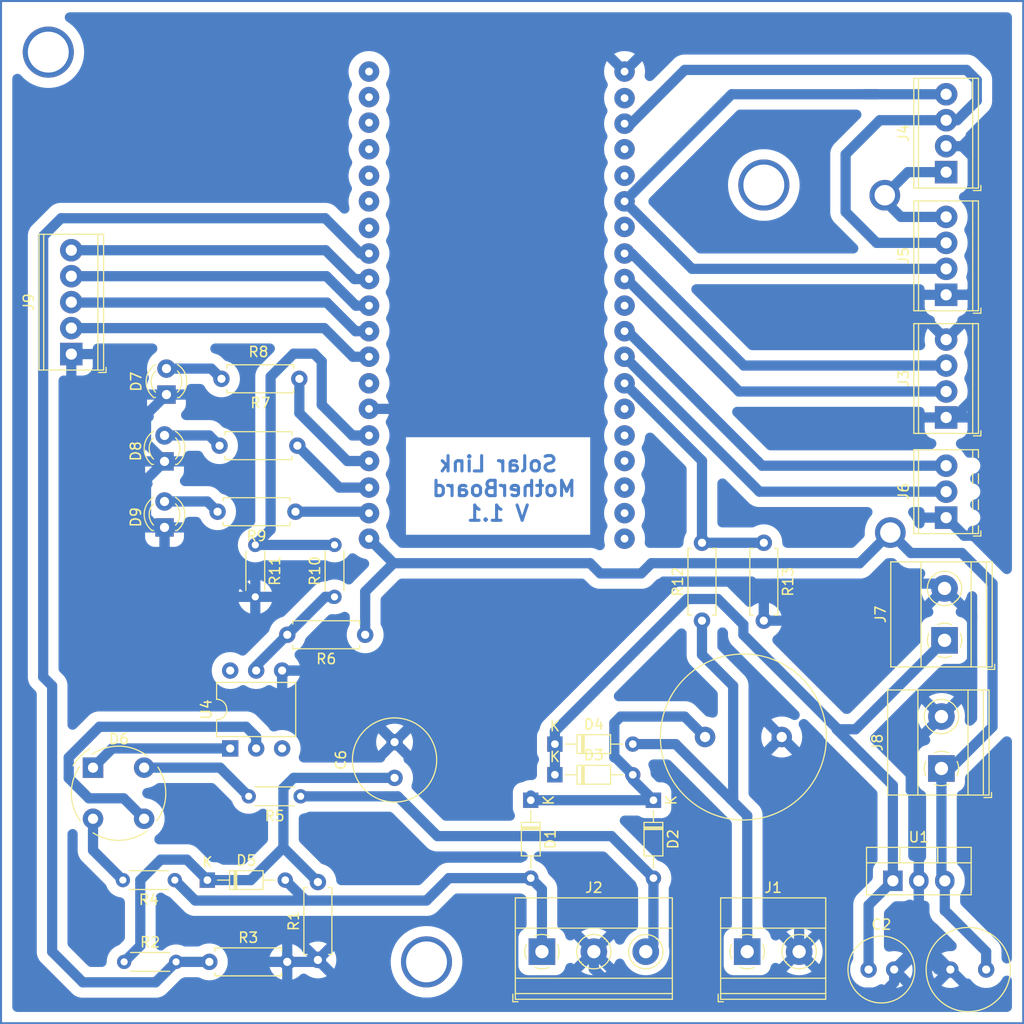
<source format=kicad_pcb>
(kicad_pcb (version 20221018) (generator pcbnew)
  (layers (0 "F.Cu" signal) (31 "B.Cu" signal) (34 "B.Paste" user) (35 "F.Paste" user) (36 "B.SilkS" user "B.Silkscreen") (37 "F.SilkS" user "F.Silkscreen") (38 "B.Mask" user) (39 "F.Mask" user) (44 "Edge.Cuts" user))
  (net 0 "")
  (net 1 "ESP5, SDA")
  (net 2 "Net-(D1-K)")
  (net 3 "Fuente 12v")
  (net 4 "Fuente 5v")
  (net 5 "ESP3, I{slash}O")
  (net 6 "ESP4, I{slash}O")
  (net 7 "Trans 1")
  (net 8 "Bat 1")
  (net 9 "Net-(D6--)")
  (net 10 "Net-(D6-Pad2)")
  (net 11 "Net-(D6-Pad3)")
  (net 12 "Net-(D6-+)")
  (net 13 "Net-(D7-A)")
  (net 14 "Net-(D8-A)")
  (net 15 "Net-(D9-A)")
  (net 17 "Bat 2")
  (net 24 "ESP15")
  (net 25 "ESP2")
  (net 26 "ESP9, I{slash}O")
  (net 27 "ESP10 I{slash}O")
  (net 28 "ESP11 I{slash}O")
  (net 29 "ESP14")
  (net 30 "ESP13")
  (net 31 "ESP12")
  (net 33 "ESP8, Tx")
  (net 34 "ESP7, Rx")
  (net 38 "ESP1, ADC")
  (net 45 "ESP 12, ADC")
  (net 48 "Trans 2")
  (net 49 "ESP6, SCL")
  (net 52 "Net-(D5-K)")
  (net 53 "Net-(R10-Pad1)")
  (footprint "Diode_THT:D_DO-34_SOD68_P7.62mm_Horizontal" (layer "F.Cu") (at 139.56 108.695)
    (fp_text reference "D4" (at 3.81 -1.92) (layer "F.SilkS"))
    (fp_text value "D")
    (fp_text user "K" (at 0 -1.75) (layer "F.SilkS"))
    (pad "1" thru_hole rect (at 0 0) (size 1.5 1.5) (drill 0.75) (layers "*.Cu" "*.Mask") (net 3 "Fuente 12v"))
    (pad "2" thru_hole oval (at 7.62 0) (size 1.5 1.5) (drill 0.75) (layers "*.Cu" "*.Mask") (net 8 "Bat 1"))
  )
  (footprint "LED_THT:LED_D3.0mm" (layer "F.Cu") (at 101.37 87.5 90)
    (fp_text reference "D9" (at 1 -2.81 90) (layer "F.SilkS"))
    (fp_text value "Verde")
    (pad "1" thru_hole rect (at 0 0 90) (size 1.8 1.8) (drill 0.9) (layers "*.Cu" "*.Mask") (net 17 "Bat 2"))
    (pad "2" thru_hole circle (at 2.54 0 90) (size 1.8 1.8) (drill 0.9) (layers "*.Cu" "*.Mask") (net 15 "Net-(D9-A)"))
  )
  (footprint "TerminalBlock_Phoenix:TerminalBlock_Phoenix_MKDS-1,5-3-5.08_1x03_P5.08mm_Horizontal" (layer "F.Cu") (at 138.29 129)
    (fp_text reference "J2" (at 5.08 -6.26) (layer "F.SilkS"))
    (fp_text value "Transformador")
    (pad "1" thru_hole rect (at 0 0) (size 2.6 2.6) (drill 1.3) (layers "*.Cu" "*.Mask") (net 7 "Trans 1"))
    (pad "2" thru_hole circle (at 5.08 0) (size 2.6 2.6) (drill 1.3) (layers "*.Cu" "*.Mask") (net 17 "Bat 2"))
    (pad "3" thru_hole circle (at 10.16 0) (size 2.6 2.6) (drill 1.3) (layers "*.Cu" "*.Mask") (net 48 "Trans 2"))
  )
  (footprint "Resistor_THT:R_Axial_DIN0207_L6.3mm_D2.5mm_P7.62mm_Horizontal" (layer "F.Cu") (at 153.95 96.62 90)
    (fp_text reference "R12" (at 3.81 -2.37 90) (layer "F.SilkS"))
    (fp_text value "100k")
    (pad "1" thru_hole circle (at 0 0 90) (size 1.6 1.6) (drill 0.8) (layers "*.Cu" "*.Mask") (net 8 "Bat 1"))
    (pad "2" thru_hole oval (at 7.62 0 90) (size 1.6 1.6) (drill 0.8) (layers "*.Cu" "*.Mask") (net 45 "ESP 12, ADC"))
  )
  (footprint "TerminalBlock_Phoenix:TerminalBlock_Phoenix_MKDS-1,5-2-5.08_1x02_P5.08mm_Horizontal" (layer "F.Cu") (at 158.375 129)
    (fp_text reference "J1" (at 2.54 -6.26) (layer "F.SilkS"))
    (fp_text value "Bateria")
    (pad "1" thru_hole rect (at 0 0) (size 2.6 2.6) (drill 1.3) (layers "*.Cu" "*.Mask") (net 8 "Bat 1"))
    (pad "2" thru_hole circle (at 5.08 0) (size 2.6 2.6) (drill 1.3) (layers "*.Cu" "*.Mask") (net 17 "Bat 2"))
  )
  (footprint "Capacitor_THT:C_Radial_D16.0mm_H25.0mm_P7.50mm" (layer "F.Cu") (at 161.75 108 180)
    (fp_text reference "C1" hide)
    (fp_text value "2200uF")
    (pad "1" thru_hole circle (at 0 0 180) (size 2 2) (drill 1) (layers "*.Cu" "*.Mask") (net 17 "Bat 2"))
    (pad "2" thru_hole circle (at 7.5 0 180) (size 2 2) (drill 1) (layers "*.Cu" "*.Mask") (net 2 "Net-(D1-K)"))
  )
  (footprint "TerminalBlock_Phoenix:TerminalBlock_Phoenix_MPT-0,5-4-2.54_1x04_P2.54mm_Horizontal" (layer "F.Cu") (at 177.835 52.74 90)
    (fp_text reference "J4" (at 3.81 -4.16 90) (layer "F.SilkS"))
    (fp_text value "Corriente")
    (pad "1" thru_hole rect (at 0 0 90) (size 2.2 2.2) (drill 1.1) (layers "*.Cu" "*.Mask") (net 4 "Fuente 5v"))
    (pad "2" thru_hole circle (at 2.54 0 90) (size 2.2 2.2) (drill 1.1) (layers "*.Cu" "*.Mask") (net 17 "Bat 2"))
    (pad "3" thru_hole circle (at 5.08 0 90) (size 2.2 2.2) (drill 1.1) (layers "*.Cu" "*.Mask") (net 49 "ESP6, SCL"))
    (pad "4" thru_hole circle (at 7.62 0 90) (size 2.2 2.2) (drill 1.1) (layers "*.Cu" "*.Mask") (net 1 "ESP5, SDA"))
  )
  (footprint "Resistor_THT:R_Axial_DIN0204_L3.6mm_D1.6mm_P5.08mm_Horizontal" (layer "F.Cu") (at 102.375 122 180)
    (fp_text reference "R4" (at 2.54 -1.92 180) (layer "F.SilkS"))
    (fp_text value "4,7k")
    (pad "1" thru_hole circle (at 0 0 180) (size 1.4 1.4) (drill 0.7) (layers "*.Cu" "*.Mask") (net 7 "Trans 1"))
    (pad "2" thru_hole oval (at 5.08 0 180) (size 1.4 1.4) (drill 0.7) (layers "*.Cu" "*.Mask") (net 10 "Net-(D6-Pad2)"))
  )
  (footprint "TerminalBlock_Phoenix:TerminalBlock_Phoenix_MPT-0,5-4-2.54_1x04_P2.54mm_Horizontal" (layer "F.Cu") (at 177.835 76.74 90)
    (fp_text reference "J3" (at 3.81 -4.16 90) (layer "F.SilkS"))
    (fp_text value "Conmutacion")
    (pad "1" thru_hole rect (at 0 0 90) (size 2.2 2.2) (drill 1.1) (layers "*.Cu" "*.Mask") (net 17 "Bat 2"))
    (pad "2" thru_hole circle (at 2.54 0 90) (size 2.2 2.2) (drill 1.1) (layers "*.Cu" "*.Mask") (net 5 "ESP3, I{slash}O"))
    (pad "3" thru_hole circle (at 5.08 0 90) (size 2.2 2.2) (drill 1.1) (layers "*.Cu" "*.Mask") (net 6 "ESP4, I{slash}O"))
    (pad "4" thru_hole circle (at 7.62 0 90) (size 2.2 2.2) (drill 1.1) (layers "*.Cu" "*.Mask") (net 17 "Bat 2"))
  )
  (footprint "Resistor_THT:R_Axial_DIN0204_L3.6mm_D1.6mm_P5.08mm_Horizontal" (layer "F.Cu") (at 118 94.29 90)
    (fp_text reference "R10" (at 2.54 -1.92 90) (layer "F.SilkS"))
    (fp_text value "47k")
    (pad "1" thru_hole circle (at 0 0 90) (size 1.4 1.4) (drill 0.7) (layers "*.Cu" "*.Mask") (net 53 "Net-(R10-Pad1)"))
    (pad "2" thru_hole oval (at 5.08 0 90) (size 1.4 1.4) (drill 0.7) (layers "*.Cu" "*.Mask") (net 25 "ESP2"))
  )
  (footprint "Capacitor_THT:C_Radial_D6.3mm_H11.0mm_P2.50mm" (layer "F.Cu") (at 170.25 130.75)
    (fp_text reference "C2" (at 1.25 -4.4) (layer "F.SilkS"))
    (fp_text value "10u")
    (pad "1" thru_hole circle (at 0 0) (size 1.6 1.6) (drill 0.8) (layers "*.Cu" "*.Mask") (net 3 "Fuente 12v"))
    (pad "2" thru_hole circle (at 2.5 0) (size 1.6 1.6) (drill 0.8) (layers "*.Cu" "*.Mask") (net 17 "Bat 2"))
  )
  (footprint "TerminalBlock_Phoenix:TerminalBlock_Phoenix_MPT-0,5-5-2.54_1x05_P2.54mm_Horizontal" (layer "F.Cu") (at 92.25 70.54 90)
    (fp_text reference "J9" (at 5.08 -4.16 90) (layer "F.SilkS"))
    (fp_text value "Auxiliares")
    (pad "1" thru_hole rect (at 0 0 90) (size 2.2 2.2) (drill 1.1) (layers "*.Cu" "*.Mask") (net 17 "Bat 2"))
    (pad "2" thru_hole circle (at 2.54 0 90) (size 2.2 2.2) (drill 1.1) (layers "*.Cu" "*.Mask") (net 31 "ESP12"))
    (pad "3" thru_hole circle (at 5.08 0 90) (size 2.2 2.2) (drill 1.1) (layers "*.Cu" "*.Mask") (net 30 "ESP13"))
    (pad "4" thru_hole circle (at 7.62 0 90) (size 2.2 2.2) (drill 1.1) (layers "*.Cu" "*.Mask") (net 29 "ESP14"))
    (pad "5" thru_hole circle (at 10.16 0 90) (size 2.2 2.2) (drill 1.1) (layers "*.Cu" "*.Mask") (net 24 "ESP15"))
  )
  (footprint "Resistor_THT:R_Axial_DIN0207_L6.3mm_D2.5mm_P7.62mm_Horizontal" (layer "F.Cu") (at 121 98 180)
    (fp_text reference "R6" (at 3.81 -2.37) (layer "F.SilkS"))
    (fp_text value "10k")
    (pad "1" thru_hole circle (at 0 0 180) (size 1.6 1.6) (drill 0.8) (layers "*.Cu" "*.Mask") (net 4 "Fuente 5v"))
    (pad "2" thru_hole oval (at 7.62 0 180) (size 1.6 1.6) (drill 0.8) (layers "*.Cu" "*.Mask") (net 53 "Net-(R10-Pad1)"))
  )
  (footprint "Diode_THT:D_DO-34_SOD68_P7.62mm_Horizontal" (layer "F.Cu") (at 149.2 114.185 -90)
    (fp_text reference "D2" (at 3.81 -1.92 90) (layer "F.SilkS"))
    (fp_text value "D")
    (fp_text user "K" (at 0 -1.75 90) (layer "F.SilkS"))
    (pad "1" thru_hole rect (at 0 0 270) (size 1.5 1.5) (drill 0.75) (layers "*.Cu" "*.Mask") (net 2 "Net-(D1-K)"))
    (pad "2" thru_hole oval (at 7.62 0 270) (size 1.5 1.5) (drill 0.75) (layers "*.Cu" "*.Mask") (net 48 "Trans 2"))
  )
  (footprint "Resistor_THT:R_Axial_DIN0207_L6.3mm_D2.5mm_P7.62mm_Horizontal" (layer "F.Cu") (at 116.375 129.81 90)
    (fp_text reference "R1" (at 3.81 -2.37 90) (layer "F.SilkS"))
    (fp_text value "10k")
    (pad "1" thru_hole circle (at 0 0 90) (size 1.6 1.6) (drill 0.8) (layers "*.Cu" "*.Mask") (net 17 "Bat 2"))
    (pad "2" thru_hole oval (at 7.62 0 90) (size 1.6 1.6) (drill 0.8) (layers "*.Cu" "*.Mask") (net 52 "Net-(D5-K)"))
  )
  (footprint "Resistor_THT:R_Axial_DIN0204_L3.6mm_D1.6mm_P5.08mm_Horizontal" (layer "F.Cu") (at 114.685 113.805 180)
    (fp_text reference "R5" (at 2.54 -1.92 180) (layer "F.SilkS"))
    (fp_text value "4,7k")
    (pad "1" thru_hole circle (at 0 0 180) (size 1.4 1.4) (drill 0.7) (layers "*.Cu" "*.Mask") (net 48 "Trans 2"))
    (pad "2" thru_hole oval (at 5.08 0 180) (size 1.4 1.4) (drill 0.7) (layers "*.Cu" "*.Mask") (net 11 "Net-(D6-Pad3)"))
  )
  (footprint "Resistor_THT:R_Axial_DIN0207_L6.3mm_D2.5mm_P7.62mm_Horizontal" (layer "F.Cu") (at 114.18 85.96 180)
    (fp_text reference "R9" (at 3.81 -2.37) (layer "F.SilkS"))
    (fp_text value "220")
    (pad "1" thru_hole circle (at 0 0 180) (size 1.6 1.6) (drill 0.8) (layers "*.Cu" "*.Mask") (net 28 "ESP11 I{slash}O"))
    (pad "2" thru_hole oval (at 7.62 0 180) (size 1.6 1.6) (drill 0.8) (layers "*.Cu" "*.Mask") (net 15 "Net-(D9-A)"))
  )
  (footprint "Capacitor_THT:C_Radial_D8.0mm_H11.5mm_P3.50mm" (layer "F.Cu") (at 181.75 130.75 180)
    (fp_text reference "C3" hide)
    (fp_text value "100u")
    (pad "1" thru_hole circle (at 0 0 180) (size 1.6 1.6) (drill 0.8) (layers "*.Cu" "*.Mask") (net 4 "Fuente 5v"))
    (pad "2" thru_hole circle (at 3.5 0 180) (size 1.6 1.6) (drill 0.8) (layers "*.Cu" "*.Mask") (net 17 "Bat 2"))
  )
  (footprint "Package_TO_SOT_THT:TO-220-3_Vertical" (layer "F.Cu") (at 172.625 122.07)
    (fp_text reference "U1" (at 2.54 -4.27) (layer "F.SilkS"))
    (fp_text value "LM7805_TO220")
    (pad "1" thru_hole rect (at 0 0) (size 1.905 2) (drill 1.1) (layers "*.Cu" "*.Mask") (net 3 "Fuente 12v"))
    (pad "2" thru_hole oval (at 2.54 0) (size 1.905 2) (drill 1.1) (layers "*.Cu" "*.Mask") (net 17 "Bat 2"))
    (pad "3" thru_hole oval (at 5.08 0) (size 1.905 2) (drill 1.1) (layers "*.Cu" "*.Mask") (net 4 "Fuente 5v"))
  )
  (footprint "TerminalBlock_Phoenix:TerminalBlock_Phoenix_MKDS-1,5-2-5.08_1x02_P5.08mm_Horizontal" (layer "F.Cu") (at 177.375 111.08 90)
    (fp_text reference "J8" (at 2.54 -6.26 90) (layer "F.SilkS"))
    (fp_text value "Salida 5v")
    (pad "1" thru_hole rect (at 0 0 90) (size 2.6 2.6) (drill 1.3) (layers "*.Cu" "*.Mask") (net 4 "Fuente 5v"))
    (pad "2" thru_hole circle (at 5.08 0 90) (size 2.6 2.6) (drill 1.3) (layers "*.Cu" "*.Mask") (net 17 "Bat 2"))
  )
  (footprint "Diode_THT:D_DO-34_SOD68_P7.62mm_Horizontal" (layer "F.Cu") (at 137.2 114.185 -90)
    (fp_text reference "D1" (at 3.81 -1.92 90) (layer "F.SilkS"))
    (fp_text value "D")
    (fp_text user "K" (at 0 -1.75 90) (layer "F.SilkS"))
    (pad "1" thru_hole rect (at 0 0 270) (size 1.5 1.5) (drill 0.75) (layers "*.Cu" "*.Mask") (net 2 "Net-(D1-K)"))
    (pad "2" thru_hole oval (at 7.62 0 270) (size 1.5 1.5) (drill 0.75) (layers "*.Cu" "*.Mask") (net 7 "Trans 1"))
  )
  (footprint "Diode_THT:Diode_Bridge_Round_D9.0mm" (layer "F.Cu") (at 94.375 111)
    (fp_text reference "D6" (at 2.54 -2.794) (layer "F.SilkS"))
    (fp_text value "D_Bridge_-AA+")
    (pad "1" thru_hole oval (at 5 5) (size 2 2) (drill 1) (layers "*.Cu" "*.Mask") (net 9 "Net-(D6--)"))
    (pad "2" thru_hole oval (at 0 5) (size 2 2) (drill 1) (layers "*.Cu" "*.Mask") (net 10 "Net-(D6-Pad2)"))
    (pad "3" thru_hole oval (at 5 0) (size 2 2) (drill 1) (layers "*.Cu" "*.Mask") (net 11 "Net-(D6-Pad3)"))
    (pad "4" thru_hole rect (at 0 0) (size 2 2) (drill 1) (layers "*.Cu" "*.Mask") (net 12 "Net-(D6-+)"))
  )
  (footprint "Package_DIP:DIP-6_W7.62mm" (layer "F.Cu") (at 107.795 109.12 90)
    (fp_text reference "U4" (at 3.81 -2.33 90) (layer "F.SilkS"))
    (fp_text value "4N25")
    (pad "1" thru_hole rect (at 0 0 90) (size 1.6 1.6) (drill 0.8) (layers "*.Cu" "*.Mask") (net 12 "Net-(D6-+)"))
    (pad "2" thru_hole oval (at 0 2.54 90) (size 1.6 1.6) (drill 0.8) (layers "*.Cu" "*.Mask") (net 9 "Net-(D6--)"))
    (pad "3" thru_hole oval (at 0 5.08 90) (size 1.6 1.6) (drill 0.8) (layers "*.Cu" "*.Mask"))
    (pad "4" thru_hole oval (at 7.62 5.08 90) (size 1.6 1.6) (drill 0.8) (layers "*.Cu" "*.Mask") (net 17 "Bat 2"))
    (pad "5" thru_hole oval (at 7.62 2.54 90) (size 1.6 1.6) (drill 0.8) (layers "*.Cu" "*.Mask") (net 53 "Net-(R10-Pad1)"))
    (pad "6" thru_hole oval (at 7.62 0 90) (size 1.6 1.6) (drill 0.8) (layers "*.Cu" "*.Mask"))
  )
  (footprint "Diode_THT:D_DO-34_SOD68_P7.62mm_Horizontal" (layer "F.Cu") (at 139.56 111.695)
    (fp_text reference "D3" (at 3.81 -1.92) (layer "F.SilkS"))
    (fp_text value "D")
    (fp_text user "K" (at 0 -1.75) (layer "F.SilkS"))
    (pad "1" thru_hole rect (at 0 0) (size 1.5 1.5) (drill 0.75) (layers "*.Cu" "*.Mask") (net 3 "Fuente 12v"))
    (pad "2" thru_hole oval (at 7.62 0) (size 1.5 1.5) (drill 0.75) (layers "*.Cu" "*.Mask") (net 2 "Net-(D1-K)"))
  )
  (footprint "TerminalBlock_Phoenix:TerminalBlock_Phoenix_MPT-0,5-4-2.54_1x04_P2.54mm_Horizontal" (layer "F.Cu") (at 177.835 64.74 90)
    (fp_text reference "J5" (at 3.81 -4.16 90) (layer "F.SilkS"))
    (fp_text value "LCD")
    (pad "1" thru_hole rect (at 0 0 90) (size 2.2 2.2) (drill 1.1) (layers "*.Cu" "*.Mask") (net 17 "Bat 2"))
    (pad "2" thru_hole circle (at 2.54 0 90) (size 2.2 2.2) (drill 1.1) (layers "*.Cu" "*.Mask") (net 1 "ESP5, SDA"))
    (pad "3" thru_hole circle (at 5.08 0 90) (size 2.2 2.2) (drill 1.1) (layers "*.Cu" "*.Mask") (net 49 "ESP6, SCL"))
    (pad "4" thru_hole circle (at 7.62 0 90) (size 2.2 2.2) (drill 1.1) (layers "*.Cu" "*.Mask") (net 4 "Fuente 5v"))
  )
  (footprint "ESP32NodeMcu:ESP32 NODEMCU" (layer "F.Cu") (at 121.375 42.9)
    (fp_text reference "ESP32" hide)
    (fp_text value "~" hide)
    (pad "1" thru_hole circle locked (at 0 0) (size 2 2) (drill 0.762) (layers "*.Cu" "*.Mask"))
    (pad "2" thru_hole circle locked (at 0 2.5) (size 2 2) (drill 0.762) (layers "*.Cu" "*.Mask"))
    (pad "3" thru_hole circle locked (at 0 5) (size 2 2) (drill 0.762) (layers "*.Cu" "*.Mask"))
    (pad "4" thru_hole circle locked (at 0 7.6) (size 2 2) (drill 0.762) (layers "*.Cu" "*.Mask"))
    (pad "5" thru_hole circle locked (at 0 10.2) (size 2 2) (drill 0.762) (layers "*.Cu" "*.Mask"))
    (pad "6" thru_hole circle locked (at 0 12.7) (size 2 2) (drill 0.762) (layers "*.Cu" "*.Mask"))
    (pad "7" thru_hole circle locked (at 0 15.3) (size 2 2) (drill 0.762) (layers "*.Cu" "*.Mask"))
    (pad "8" thru_hole circle locked (at 0 17.8) (size 2 2) (drill 0.762) (layers "*.Cu" "*.Mask") (net 38 "ESP1, ADC"))
    (pad "9" thru_hole circle locked (at 0 20.3) (size 2 2) (drill 0.762) (layers "*.Cu" "*.Mask") (net 24 "ESP15"))
    (pad "10" thru_hole circle locked (at 0 22.9) (size 2 2) (drill 0.762) (layers "*.Cu" "*.Mask") (net 29 "ESP14"))
    (pad "11" thru_hole circle locked (at 0 25.4) (size 2 2) (drill 0.762) (layers "*.Cu" "*.Mask") (net 30 "ESP13"))
    (pad "12" thru_hole circle locked (at 0 27.9) (size 2 2) (drill 0.762) (layers "*.Cu" "*.Mask") (net 31 "ESP12"))
    (pad "13" thru_hole circle locked (at 0 30.5) (size 2 2) (drill 0.762) (layers "*.Cu" "*.Mask"))
    (pad "14" thru_hole circle locked (at 0 33) (size 2 2) (drill 0.762) (layers "*.Cu" "*.Mask") (net 17 "Bat 2"))
    (pad "15" thru_hole circle locked (at 0 35.6) (size 2 2) (drill 0.762) (layers "*.Cu" "*.Mask") (net 25 "ESP2"))
    (pad "16" thru_hole circle locked (at 0 38.1) (size 2 2) (drill 0.762) (layers "*.Cu" "*.Mask") (net 26 "ESP9, I{slash}O"))
    (pad "17" thru_hole circle locked (at 0 40.7) (size 2 2) (drill 0.762) (layers "*.Cu" "*.Mask") (net 27 "ESP10 I{slash}O"))
    (pad "18" thru_hole circle locked (at 0 43.2) (size 2 2) (drill 0.762) (layers "*.Cu" "*.Mask") (net 28 "ESP11 I{slash}O"))
    (pad "19" thru_hole circle locked (at 0 45.7) (size 2 2) (drill 0.762) (layers "*.Cu" "*.Mask") (net 4 "Fuente 5v"))
    (pad "20" thru_hole circle locked (at 25 0) (size 2 2) (drill 0.762) (layers "*.Cu" "*.Mask") (net 17 "Bat 2"))
    (pad "21" thru_hole circle locked (at 25 2.6) (size 2 2) (drill 0.762) (layers "*.Cu" "*.Mask"))
    (pad "22" thru_hole circle locked (at 25 5.1) (size 2 2) (drill 0.762) (layers "*.Cu" "*.Mask") (net 49 "ESP6, SCL"))
    (pad "23" thru_hole circle locked (at 25 7.6) (size 2 2) (drill 0.762) (layers "*.Cu" "*.Mask"))
    (pad "24" thru_hole circle locked (at 25 10.2) (size 2 2) (drill 0.762) (layers "*.Cu" "*.Mask"))
    (pad "25" thru_hole circle locked (at 25 12.7) (size 2 2) (drill 0.762) (layers "*.Cu" "*.Mask") (net 1 "ESP5, SDA"))
    (pad "26" thru_hole circle locked (at 25 15.2) (size 2 2) (drill 0.762) (layers "*.Cu" "*.Mask"))
    (pad "27" thru_hole circle locked (at 25 17.8) (size 2 2) (drill 0.762) (layers "*.Cu" "*.Mask") (net 6 "ESP4, I{slash}O"))
    (pad "28" thru_hole circle locked (at 25 20.3) (size 2 2) (drill 0.762) (layers "*.Cu" "*.Mask") (net 5 "ESP3, I{slash}O"))
    (pad "29" thru_hole circle locked (at 25 22.9) (size 2 2) (drill 0.762) (layers "*.Cu" "*.Mask"))
    (pad "30" thru_hole circle locked (at 25 25.4) (size 2 2) (drill 0.762) (layers "*.Cu" "*.Mask") (net 33 "ESP8, Tx"))
    (pad "31" thru_hole circle locked (at 25 27.9) (size 2 2) (drill 0.762) (layers "*.Cu" "*.Mask") (net 34 "ESP7, Rx"))
    (pad "32" thru_hole circle locked (at 25 30.5) (size 2 2) (drill 0.762) (layers "*.Cu" "*.Mask") (net 45 "ESP 12, ADC"))
    (pad "33" thru_hole circle locked (at 25 33) (size 2 2) (drill 0.762) (layers "*.Cu" "*.Mask"))
    (pad "34" thru_hole circle locked (at 25 35.6) (size 2 2) (drill 0.762) (layers "*.Cu" "*.Mask"))
    (pad "35" thru_hole circle locked (at 25 38.1) (size 2 2) (drill 0.762) (layers "*.Cu" "*.Mask"))
    (pad "36" thru_hole circle locked (at 25 40.7) (size 2 2) (drill 0.762) (layers "*.Cu" "*.Mask"))
    (pad "37" thru_hole circle locked (at 25 43.2) (size 2 2) (drill 0.762) (layers "*.Cu" "*.Mask"))
    (pad "38" thru_hole circle locked (at 25 45.7) (size 2 2) (drill 0.762) (layers "*.Cu" "*.Mask"))
  )
  (footprint "Resistor_THT:R_Axial_DIN0207_L6.3mm_D2.5mm_P7.62mm_Horizontal" (layer "F.Cu") (at 114.56 72.96 180)
    (fp_text reference "R7" (at 3.81 -2.37) (layer "F.SilkS"))
    (fp_text value "220")
    (pad "1" thru_hole circle (at 0 0 180) (size 1.6 1.6) (drill 0.8) (layers "*.Cu" "*.Mask") (net 26 "ESP9, I{slash}O"))
    (pad "2" thru_hole oval (at 7.62 0 180) (size 1.6 1.6) (drill 0.8) (layers "*.Cu" "*.Mask") (net 13 "Net-(D7-A)"))
  )
  (footprint "Resistor_THT:R_Axial_DIN0207_L6.3mm_D2.5mm_P7.62mm_Horizontal" (layer "F.Cu") (at 114.37 79.5 180)
    (fp_text reference "R8" (at 3.81 9.17) (layer "F.SilkS"))
    (fp_text value "220")
    (pad "1" thru_hole circle (at 0 0 180) (size 1.6 1.6) (drill 0.8) (layers "*.Cu" "*.Mask") (net 27 "ESP10 I{slash}O"))
    (pad "2" thru_hole oval (at 7.62 0 180) (size 1.6 1.6) (drill 0.8) (layers "*.Cu" "*.Mask") (net 14 "Net-(D8-A)"))
  )
  (footprint "Diode_THT:D_DO-34_SOD68_P7.62mm_Horizontal" (layer "F.Cu") (at 105.56 122)
    (fp_text reference "D5" (at 3.81 -1.92) (layer "F.SilkS"))
    (fp_text value "D")
    (fp_text user "K" (at 0 -1.75) (layer "F.SilkS"))
    (pad "1" thru_hole rect (at 0 0) (size 1.5 1.5) (drill 0.75) (layers "*.Cu" "*.Mask") (net 52 "Net-(D5-K)"))
    (pad "2" thru_hole oval (at 7.62 0) (size 1.5 1.5) (drill 0.75) (layers "*.Cu" "*.Mask") (net 7 "Trans 1"))
  )
  (footprint "Resistor_THT:R_Axial_DIN0207_L6.3mm_D2.5mm_P7.62mm_Horizontal" (layer "F.Cu") (at 105.755 130)
    (fp_text reference "R3" (at 3.81 -2.37) (layer "F.SilkS"))
    (fp_text value "10k")
    (pad "1" thru_hole circle (at 0 0) (size 1.6 1.6) (drill 0.8) (layers "*.Cu" "*.Mask") (net 38 "ESP1, ADC"))
    (pad "2" thru_hole oval (at 7.62 0) (size 1.6 1.6) (drill 0.8) (layers "*.Cu" "*.Mask") (net 17 "Bat 2"))
  )
  (footprint "Capacitor_THT:C_Radial_D8.0mm_H11.5mm_P3.50mm" (layer "F.Cu") (at 123.875 112 90)
    (fp_text reference "C6" (at 1.75 -5.25 90) (layer "F.SilkS"))
    (fp_text value "100u")
    (pad "1" thru_hole circle (at 0 0 90) (size 1.6 1.6) (drill 0.8) (layers "*.Cu" "*.Mask") (net 52 "Net-(D5-K)"))
    (pad "2" thru_hole circle (at 3.5 0 90) (size 1.6 1.6) (drill 0.8) (layers "*.Cu" "*.Mask") (net 17 "Bat 2"))
  )
  (footprint "Resistor_THT:R_Axial_DIN0207_L6.3mm_D2.5mm_P7.62mm_Horizontal" (layer "F.Cu") (at 160 89 -90)
    (fp_text reference "R13" (at 3.81 -2.37 90) (layer "F.SilkS"))
    (fp_text value "10k")
    (pad "1" thru_hole circle (at 0 0 270) (size 1.6 1.6) (drill 0.8) (layers "*.Cu" "*.Mask") (net 45 "ESP 12, ADC"))
    (pad "2" thru_hole oval (at 7.62 0 270) (size 1.6 1.6) (drill 0.8) (layers "*.Cu" "*.Mask") (net 17 "Bat 2"))
  )
  (footprint "LED_THT:LED_D3.0mm" (layer "F.Cu") (at 101.37 81.04 90)
    (fp_text reference "D8" (at 1 -2.81 90) (layer "F.SilkS"))
    (fp_text value "Ama")
    (pad "1" thru_hole rect (at 0 0 90) (size 1.8 1.8) (drill 0.9) (layers "*.Cu" "*.Mask") (net 17 "Bat 2"))
    (pad "2" thru_hole circle (at 2.54 0 90) (size 1.8 1.8) (drill 0.9) (layers "*.Cu" "*.Mask") (net 14 "Net-(D8-A)"))
  )
  (footprint "TerminalBlock_Phoenix:TerminalBlock_Phoenix_MKDS-1,5-2-5.08_1x02_P5.08mm_Horizontal" (layer "F.Cu") (at 177.68 98.545 90)
    (fp_text reference "J7" (at 2.54 -6.26 90) (layer "F.SilkS"))
    (fp_text value "Salida 12V")
    (pad "1" thru_hole rect (at 0 0 90) (size 2.6 2.6) (drill 1.3) (layers "*.Cu" "*.Mask") (net 3 "Fuente 12v"))
    (pad "2" thru_hole circle (at 5.08 0 90) (size 2.6 2.6) (drill 1.3) (layers "*.Cu" "*.Mask") (net 17 "Bat 2"))
  )
  (footprint "LED_THT:LED_D3.0mm" (layer "F.Cu") (at 101.56 74.5 90)
    (fp_text reference "D7" (at 1.27 -2.96 90) (layer "F.SilkS"))
    (fp_text value "Azul")
    (pad "1" thru_hole rect (at 0 0 90) (size 1.8 1.8) (drill 0.9) (layers "*.Cu" "*.Mask") (net 17 "Bat 2"))
    (pad "2" thru_hole circle (at 2.54 0 90) (size 1.8 1.8) (drill 0.9) (layers "*.Cu" "*.Mask") (net 13 "Net-(D7-A)"))
  )
  (footprint "Resistor_THT:R_Axial_DIN0204_L3.6mm_D1.6mm_P5.08mm_Horizontal" (layer "F.Cu") (at 97.42 130)
    (fp_text reference "R2" (at 2.54 -1.92) (layer "F.SilkS"))
    (fp_text value "220k")
    (pad "1" thru_hole circle (at 0 0) (size 1.4 1.4) (drill 0.7) (layers "*.Cu" "*.Mask") (net 52 "Net-(D5-K)"))
    (pad "2" thru_hole oval (at 5.08 0) (size 1.4 1.4) (drill 0.7) (layers "*.Cu" "*.Mask") (net 38 "ESP1, ADC"))
  )
  (footprint "TerminalBlock_Phoenix:TerminalBlock_Phoenix_MPT-0,5-3-2.54_1x03_P2.54mm_Horizontal" (layer "F.Cu") (at 177.835 86.54 90)
    (fp_text reference "J6" (at 2.54 -4.16 90) (layer "F.SilkS"))
    (fp_text value "Raspberry Pi")
    (pad "" np_thru_hole circle (at 0 2.54 90) (size 1.1 1.1) (drill 1.1) (layers "*.Cu" "*.Mask"))
    (pad "" np_thru_hole circle (at 2.54 2.54 90) (size 1.1 1.1) (drill 1.1) (layers "*.Cu" "*.Mask"))
    (pad "" np_thru_hole circle (at 5.08 2.54 90) (size 1.1 1.1) (drill 1.1) (layers "*.Cu" "*.Mask"))
    (pad "1" thru_hole rect (at 0 0 90) (size 2.2 2.2) (drill 1.1) (layers "*.Cu" "*.Mask") (net 17 "Bat 2"))
    (pad "2" thru_hole circle (at 2.54 0 90) (size 2.2 2.2) (drill 1.1) (layers "*.Cu" "*.Mask") (net 34 "ESP7, Rx"))
    (pad "3" thru_hole circle (at 5.08 0 90) (size 2.2 2.2) (drill 1.1) (layers "*.Cu" "*.Mask") (net 33 "ESP8, Tx"))
  )
  (footprint "Resistor_THT:R_Axial_DIN0204_L3.6mm_D1.6mm_P5.08mm_Horizontal" (layer "F.Cu") (at 110.25 89.21 -90)
    (fp_text reference "R11" (at 2.54 -1.92 -90) (layer "F.SilkS"))
    (fp_text value "47k")
    (pad "1" thru_hole circle (at 0 0 270) (size 1.4 1.4) (drill 0.7) (layers "*.Cu" "*.Mask") (net 25 "ESP2"))
    (pad "2" thru_hole oval (at 5.08 0 270) (size 1.4 1.4) (drill 0.7) (layers "*.Cu" "*.Mask") (net 17 "Bat 2"))
  )
  (gr_line (start 85.375 136) (end 185.375 136) (stroke (width 0.2)) (layer "B.Cu"))
  (gr_line (start 185.375 136) (end 185.375 36) (stroke (width 0.2)) (layer "B.Cu"))
  (gr_line (start 85.375 36) (end 85.375 136) (stroke (width 0.2)) (layer "B.Cu"))
  (gr_line (start 185.375 36) (end 85.375 36) (stroke (width 0.2)) (layer "B.Cu"))
  (gr_text "Solar Link\nMotherBoard \nV 1.1\n" (at 134 87) (layer "B.Cu") (effects (font (size 1.5 1.5) (thickness 0.3) bold) (justify bottom mirror)))
  (via (at 90 41) (size 5) (drill 4) (layers "F.Cu" "B.Cu") (net 0))
  (via (at 127 130) (size 5) (drill 4) (layers "F.Cu" "B.Cu") (net 0))
  (via (at 160 54) (size 5) (drill 4) (layers "F.Cu" "B.Cu") (net 0))
  (segment (start 152.975 62.2) (end 177.835 62.2) (width 1) (layer "B.Cu") (net 1))
  (segment (start 156.855 45.12) (end 146.375 55.6) (width 1) (layer "B.Cu") (net 1))
  (segment (start 171 45.12) (end 156.855 45.12) (width 1) (layer "B.Cu") (net 1))
  (segment (start 177.835 45.12) (end 171 45.12) (width 1) (layer "B.Cu") (net 1))
  (segment (start 146.375 55.6) (end 152.975 62.2) (width 1) (layer "B.Cu") (net 1))
  (segment (start 169.88 45.12) (end 171 45.12) (width 1) (layer "B.Cu") (net 1))
  (segment (start 147.18 111.695) (end 147.18 112.165) (width 1) (layer "B.Cu") (net 2))
  (segment (start 146 106) (end 152.25 106) (width 1) (layer "B.Cu") (net 2))
  (segment (start 145.485 110) (end 147.18 111.695) (width 1) (layer "B.Cu") (net 2))
  (segment (start 145.375 110) (end 145.485 110) (width 1) (layer "B.Cu") (net 2))
  (segment (start 145.375 110) (end 145.375 106.625) (width 1) (layer "B.Cu") (net 2))
  (segment (start 137.2 114.185) (end 137.2 113.715) (width 1) (layer "B.Cu") (net 2))
  (segment (start 145.375 106.625) (end 146 106) (width 1) (layer "B.Cu") (net 2))
  (segment (start 152.25 106) (end 154.25 108) (width 1) (layer "B.Cu") (net 2))
  (segment (start 137.2 114.185) (end 149.2 114.185) (width 1) (layer "B.Cu") (net 2))
  (segment (start 147.18 112.165) (end 149.2 114.185) (width 1) (layer "B.Cu") (net 2))
  (segment (start 172.625 112.735) (end 172.625 122.07) (width 1) (layer "B.Cu") (net 3))
  (segment (start 139.56 108.695) (end 139.56 107.44) (width 1) (layer "B.Cu") (net 3))
  (segment (start 155.5 94.5) (end 158 97) (width 1) (layer "B.Cu") (net 3))
  (segment (start 139.56 108.695) (end 139.56 111.695) (width 1) (layer "B.Cu") (net 3))
  (segment (start 168.9825 107.2425) (end 167.1325 107.2425) (width 1) (layer "B.Cu") (net 3))
  (segment (start 172.625 122.07) (end 170.25 124.445) (width 1) (layer "B.Cu") (net 3))
  (segment (start 170.25 124.445) (end 170.25 130.75) (width 1) (layer "B.Cu") (net 3))
  (segment (start 158 97) (end 158 98) (width 1) (layer "B.Cu") (net 3))
  (segment (start 177.68 98.545) (end 168.9825 107.2425) (width 1) (layer "B.Cu") (net 3))
  (segment (start 167.1325 107.2425) (end 172.625 112.735) (width 1) (layer "B.Cu") (net 3))
  (segment (start 139.56 107.44) (end 152.5 94.5) (width 1) (layer "B.Cu") (net 3))
  (segment (start 167.1325 107.1325) (end 167.1325 107.2425) (width 1) (layer "B.Cu") (net 3))
  (segment (start 152.5 94.5) (end 155.5 94.5) (width 1) (layer "B.Cu") (net 3))
  (segment (start 158 98) (end 167.1325 107.1325) (width 1) (layer "B.Cu") (net 3))
  (via (at 171.835 55) (size 3) (drill 2) (layers "F.Cu" "B.Cu") (net 4))
  (via (at 172.375 88) (size 3) (drill 2) (layers "F.Cu" "B.Cu") (net 4))
  (segment (start 149 91) (end 169.375 91) (width 1) (layer "B.Cu") (net 4))
  (segment (start 171.835 55.54) (end 173.415 57.12) (width 1) (layer "B.Cu") (net 4))
  (segment (start 121 98) (end 121 93.775) (width 1) (layer "B.Cu") (net 4))
  (segment (start 121 93.775) (end 123.775 91) (width 1) (layer "B.Cu") (net 4))
  (segment (start 179.375 90) (end 182.375 93) (width 1) (layer "B.Cu") (net 4))
  (segment (start 177.75 125) (end 177.705 125) (width 1) (layer "B.Cu") (net 4))
  (segment (start 174.375 90) (end 179.375 90) (width 1) (layer "B.Cu") (net 4))
  (segment (start 181.75 130.75) (end 181.75 129) (width 1) (layer "B.Cu") (net 4))
  (segment (start 171.835 55) (end 171.835 55.54) (width 1) (layer "B.Cu") (net 4))
  (segment (start 171.835 55) (end 174.095 52.74) (width 1) (layer "B.Cu") (net 4))
  (segment (start 182.375 107) (end 178.295 111.08) (width 1) (layer "B.Cu") (net 4))
  (segment (start 144 92) (end 148 92) (width 1) (layer "B.Cu") (net 4))
  (segment (start 177.375 111.08) (end 177.375 121.74) (width 1) (layer "B.Cu") (net 4))
  (segment (start 123.775 91) (end 143 91) (width 1) (layer "B.Cu") (net 4))
  (segment (start 169.375 91) (end 172.375 88) (width 1) (layer "B.Cu") (net 4))
  (segment (start 174.095 52.74) (end 177.835 52.74) (width 1) (layer "B.Cu") (net 4))
  (segment (start 143 91) (end 144 92) (width 1) (layer "B.Cu") (net 4))
  (segment (start 172.375 88) (end 174.375 90) (width 1) (layer "B.Cu") (net 4))
  (segment (start 178.295 111.08) (end 177.375 111.08) (width 1) (layer "B.Cu") (net 4))
  (segment (start 121.375 88.6) (end 123.775 91) (width 1) (layer "B.Cu") (net 4))
  (segment (start 177.375 121.74) (end 177.705 122.07) (width 1) (layer "B.Cu") (net 4))
  (segment (start 177.705 122.07) (end 177.705 125) (width 1) (layer "B.Cu") (net 4))
  (segment (start 182.375 93) (end 182.375 107) (width 1) (layer "B.Cu") (net 4))
  (segment (start 148 92) (end 149 91) (width 1) (layer "B.Cu") (net 4))
  (segment (start 181.75 129) (end 177.75 125) (width 1) (layer "B.Cu") (net 4))
  (segment (start 173.415 57.12) (end 177.835 57.12) (width 1) (layer "B.Cu") (net 4))
  (segment (start 177.835 74.2) (end 178.375 74.2) (width 1) (layer "B.Cu") (net 5))
  (segment (start 146.575 63.2) (end 157.575 74.2) (width 1) (layer "B.Cu") (net 5))
  (segment (start 157.575 74.2) (end 177.835 74.2) (width 1) (layer "B.Cu") (net 5))
  (segment (start 146.375 63.2) (end 146.575 63.2) (width 1) (layer "B.Cu") (net 5))
  (segment (start 146.375 60.7) (end 147.075 60.7) (width 1) (layer "B.Cu") (net 6))
  (segment (start 158.035 71.66) (end 177.835 71.66) (width 1) (layer "B.Cu") (net 6))
  (segment (start 147.075 60.7) (end 158.035 71.66) (width 1) (layer "B.Cu") (net 6))
  (segment (start 113.18 122) (end 115.18 124) (width 1) (layer "B.Cu") (net 7))
  (segment (start 115.18 124) (end 127 124) (width 1) (layer "B.Cu") (net 7))
  (segment (start 138.29 122.895) (end 137.2 121.805) (width 1) (layer "B.Cu") (net 7))
  (segment (start 104.375 124) (end 115.18 124) (width 1) (layer "B.Cu") (net 7))
  (segment (start 129.18 121.82) (end 129.18 121.805) (width 1) (layer "B.Cu") (net 7))
  (segment (start 127 124) (end 129.18 121.82) (width 1) (layer "B.Cu") (net 7))
  (segment (start 102.375 122) (end 104.375 124) (width 1) (layer "B.Cu") (net 7))
  (segment (start 138.29 129) (end 138.29 122.895) (width 1) (layer "B.Cu") (net 7))
  (segment (start 129.18 121.805) (end 137.2 121.805) (width 1) (layer "B.Cu") (net 7))
  (segment (start 158.375 129) (end 158.375 115.695) (width 1) (layer "B.Cu") (net 8))
  (segment (start 157 114) (end 156.84 114.16) (width 1) (layer "B.Cu") (net 8))
  (segment (start 157 103) (end 157 114) (width 1) (layer "B.Cu") (net 8))
  (segment (start 151.375 108.695) (end 147.18 108.695) (width 1) (layer "B.Cu") (net 8))
  (segment (start 153.95 99.95) (end 157 103) (width 1) (layer "B.Cu") (net 8))
  (segment (start 158.375 115.695) (end 155.84 113.16) (width 1) (layer "B.Cu") (net 8))
  (segment (start 153.95 96.62) (end 153.95 99.95) (width 1) (layer "B.Cu") (net 8))
  (segment (start 155.34 112.66) (end 151.375 108.695) (width 1) (layer "B.Cu") (net 8))
  (segment (start 155.84 113.16) (end 155.34 112.66) (width 1) (layer "B.Cu") (net 8))
  (segment (start 99.375 116) (end 97.375 114) (width 1) (layer "B.Cu") (net 9))
  (segment (start 93.975 114) (end 92 112.025) (width 1) (layer "B.Cu") (net 9))
  (segment (start 92 110) (end 92 112.025) (width 1) (layer "B.Cu") (net 9))
  (segment (start 110.335 107.98863) (end 110.335 109.12) (width 1) (layer "B.Cu") (net 9))
  (segment (start 95 107) (end 92 110) (width 1) (layer "B.Cu") (net 9))
  (segment (start 109.34637 107) (end 110.335 107.98863) (width 1) (layer "B.Cu") (net 9))
  (segment (start 97.375 114) (end 93.975 114) (width 1) (layer "B.Cu") (net 9))
  (segment (start 95 107) (end 109.34637 107) (width 1) (layer "B.Cu") (net 9))
  (segment (start 94.375 119.08) (end 97.295 122) (width 1) (layer "B.Cu") (net 10))
  (segment (start 94.375 116) (end 94.375 119.08) (width 1) (layer "B.Cu") (net 10))
  (segment (start 106.8 111) (end 106.9 111.1) (width 1) (layer "B.Cu") (net 11))
  (segment (start 99.375 111) (end 106.8 111) (width 1) (layer "B.Cu") (net 11))
  (segment (start 106.9 111.1) (end 109.605 113.805) (width 1) (layer "B.Cu") (net 11))
  (segment (start 107.795 109.12) (end 96.255 109.12) (width 1) (layer "B.Cu") (net 12))
  (segment (start 96.255 109.12) (end 94.375 111) (width 1) (layer "B.Cu") (net 12))
  (segment (start 105.94 71.96) (end 106.94 72.96) (width 1) (layer "B.Cu") (net 13))
  (segment (start 101.56 71.96) (end 105.94 71.96) (width 1) (layer "B.Cu") (net 13))
  (segment (start 105.75 78.5) (end 106.75 79.5) (width 1) (layer "B.Cu") (net 14))
  (segment (start 101.37 78.5) (end 105.75 78.5) (width 1) (layer "B.Cu") (net 14))
  (segment (start 101.37 84.96) (end 105.56 84.96) (width 1) (layer "B.Cu") (net 15))
  (segment (start 105.56 84.96) (end 106.56 85.96) (width 1) (layer "B.Cu") (net 15))
  (segment (start 177.68 93.465) (end 177.215 93) (width 1) (layer "B.Cu") (net 17))
  (segment (start 175.165 122.07) (end 175.165 114) (width 1) (layer "B.Cu") (net 17))
  (segment (start 117.57 101.5) (end 112.875 101.5) (width 1) (layer "B.Cu") (net 17))
  (segment (start 175.165 122.07) (end 175.165 128.835) (width 1) (layer "B.Cu") (net 17))
  (segment (start 179.605 88.31) (end 182.835 88.31) (width 1) (layer "B.Cu") (net 17))
  (segment (start 167.455 133) (end 171.75 133) (width 1) (layer "B.Cu") (net 17))
  (segment (start 110.25 94.29) (end 108.96 93) (width 1) (layer "B.Cu") (net 17))
  (segment (start 180.375 96.16) (end 180.375 103) (width 1) (layer "B.Cu") (net 17))
  (segment (start 106 104) (end 112.375 104) (width 1) (layer "B.Cu") (net 17))
  (segment (start 121.375 75.9) (end 124.9 75.9) (width 1) (layer "B.Cu") (net 17))
  (segment (start 182.835 72.54) (end 182.835 63.54) (width 1) (layer "B.Cu") (net 17))
  (segment (start 177.68 93.465) (end 180.375 96.16) (width 1) (layer "B.Cu") (net 17))
  (segment (start 116.375 129.81) (end 119.765 133.2) (width 1) (layer "B.Cu") (net 17))
  (segment (start 174.375 113.21) (end 174.375 109) (width 1) (layer "B.Cu") (net 17))
  (segment (start 110.19 94.35) (end 110.25 94.29) (width 1) (layer "B.Cu") (net 17))
  (segment (start 163.455 129) (end 167.455 133) (width 1) (layer "B.Cu") (net 17))
  (segment (start 142.305 100.695) (end 118.375 100.695) (width 1) (layer "B.Cu") (net 17))
  (segment (start 101.56 74.5) (end 99.56 76.5) (width 1) (layer "B.Cu") (net 17))
  (segment (start 158.76 133.695) (end 163.455 129) (width 1) (layer "B.Cu") (net 17))
  (segment (start 182.835 61.54) (end 182.835 53.644366) (width 1) (layer "B.Cu") (net 17))
  (segment (start 99.56 86.5) (end 99.56 82.85) (width 1) (layer "B.Cu") (net 17))
  (segment (start 158.8 92.8) (end 150.2 92.8) (width 1) (layer "B.Cu") (net 17))
  (segment (start 183 46.590634) (end 179.390634 50.2) (width 1) (layer "B.Cu") (net 17))
  (segment (start 160 96.62) (end 160 94) (width 1) (layer "B.Cu") (net 17))
  (segment (start 101.37 87.5) (end 100.56 87.5) (width 1) (layer "B.Cu") (net 17))
  (segment (start 180.095 39) (end 183 41.905) (width 1) (layer "B.Cu") (net 17))
  (segment (start 163.375 112.75) (end 163.455 112.83) (width 1) (layer "B.Cu") (net 17))
  (segment (start 178.635 76.74) (end 182.835 72.54) (width 1) (layer "B.Cu") (net 17))
  (segment (start 101.37 87.5) (end 101.37 93) (width 1) (layer "B.Cu") (net 17))
  (segment (start 163.455 112.83) (end 163.455 109.705) (width 1) (layer "B.Cu") (net 17))
  (segment (start 101.37 99.37) (end 106 104) (width 1) (layer "B.Cu") (net 17))
  (segment (start 177.835 76.74) (end 178.635 76.74) (width 1) (layer "B.Cu") (net 17))
  (segment (start 175.165 128.835) (end 173.25 130.75) (width 1) (layer "B.Cu") (net 17))
  (segment (start 124 134) (end 138.37 134) (width 1) (layer "B.Cu") (net 17))
  (segment (start 163.455 109.705) (end 161.75 108) (width 1) (layer "B.Cu") (net 17))
  (segment (start 163.455 112.83) (end 163.455 129) (width 1) (layer "B.Cu") (net 17))
  (segment (start 182.835 64.12) (end 182.835 63.54) (width 1) (layer "B.Cu") (net 17))
  (segment (start 177.835 50.2) (end 179.390634 50.2) (width 1) (layer "B.Cu") (net 17))
  (segment (start 112.875 103.5) (end 112.875 101.5) (width 1) (layer "B.Cu") (net 17))
  (segment (start 101.37 93) (end 101.37 99.37) (width 1) (layer "B.Cu") (net 17))
  (segment (start 177.08 130.75) (end 178.25 130.75) (width 1) (layer "B.Cu") (net 17))
  (segment (start 177.68 86.695) (end 177.835 86.54) (width 1) (layer "B.Cu") (net 17))
  (segment (start 99.56 76.5) (end 99.56 79.23) (width 1) (layer "B.Cu") (net 17))
  (segment (start 182.835 61.94) (end 182.835 61.54) (width 1) (layer "B.Cu") (net 17))
  (segment (start 138.37 134) (end 143.37 129) (width 1) (layer "B.Cu") (net 17))
  (segment (start 108.96 93) (end 101.37 93) (width 1) (layer "B.Cu") (net 17))
  (segment (start 143.375 130.695) (end 143.37 130.69) (width 1) (layer "B.Cu") (net 17))
  (segment (start 180.035 64.74) (end 182.835 61.94) (width 1) (layer "B.Cu") (net 17))
  (segment (start 172.75 130.75) (end 173.25 130.75) (width 1) (layer "B.Cu") (net 17))
  (segment (start 177.835 86.54) (end 179.605 88.31) (width 1) (layer "B.Cu") (net 17))
  (segment (start 183 41.905) (end 183 46.590634) (width 1) (layer "B.Cu") (net 17))
  (segment (start 99.56 82.85) (end 101.37 81.04) (width 1) (layer "B.Cu") (net 17))
  (segment (start 177.835 64.74) (end 180.035 64.74) (width 1) (layer "B.Cu") (net 17))
  (segment (start 177.215 93) (end 161 93) (width 1) (layer "B.Cu") (net 17))
  (segment (start 118.375 100.695) (end 117.57 101.5) (width 1) (layer "B.Cu") (net 17))
  (segment (start 99.56 79.23) (end 101.37 81.04) (width 1) (layer "B.Cu") (net 17))
  (segment (start 143.37 130.69) (end 146.375 133.695) (width 1) (layer "B.Cu") (net 17))
  (segment (start 160 94) (end 158.8 92.8) (width 1) (layer "B.Cu") (net 17))
  (segment (start 182.835 63.54) (end 182.835 61.54) (width 1) (layer "B.Cu") (net 17))
  (segment (start 150.2 92.8) (end 142.305 100.695) (width 1) (layer "B.Cu") (net 17))
  (segment (start 100.56 87.5) (end 99.56 86.5) (width 1) (layer "B.Cu") (net 17))
  (segment (start 119.765 133.2) (end 123.2 133.2) (width 1) (layer "B.Cu") (net 17))
  (segment (start 146.375 42.9) (end 150.275 39) (width 1) (layer "B.Cu") (net 17))
  (segment (start 182.835 53.644366) (end 179.390634 50.2) (width 1) (layer "B.Cu") (net 17))
  (segment (start 146.375 133.695) (end 158.76 133.695) (width 1) (layer "B.Cu") (net 17))
  (segment (start 113.375 130) (end 116.185 130) (width 1) (layer "B.Cu") (net 17))
  (segment (start 113.565 129.81) (end 113.375 130) (width 1) (layer "B.Cu") (net 17))
  (segment (start 182.835 72.54) (end 182.835 88.31) (width 1) (layer "B.Cu") (net 17))
  (segment (start 172.75 132) (end 172.75 130.75) (width 1) (layer "B.Cu") (net 17))
  (segment (start 182.375 73) (end 182.835 72.54) (width 1) (layer "B.Cu") (net 17))
  (segment (start 123.875 108.5) (end 117.57 102.195) (width 1) (layer "B.Cu") (net 17))
  (segment (start 117.57 102.195) (end 117.57 101.5) (width 1) (layer "B.Cu") (net 17))
  (segment (start 116.185 130) (end 116.375 129.81) (width 1) (layer "B.Cu") (net 17))
  (segment (start 171.75 133) (end 172.75 132) (width 1) (layer "B.Cu") (net 17))
  (segment (start 175.165 114) (end 174.375 113.21) (width 1) (layer "B.Cu") (net 17))
  (segment (start 143.37 130.69) (end 143.37 129) (width 1) (layer "B.Cu") (net 17))
  (segment (start 123.2 133.2) (end 124 134) (width 1) (layer "B.Cu") (net 17))
  (segment (start 177.375 106) (end 180.375 103) (width 1) (layer "B.Cu") (net 17))
  (segment (start 175.165 128.835) (end 177.08 130.75) (width 1) (layer "B.Cu") (net 17))
  (segment (start 150.275 39) (end 180.095 39) (width 1) (layer "B.Cu") (net 17))
  (segment (start 177.835 69.12) (end 182.835 64.12) (width 1) (layer "B.Cu") (net 17))
  (segment (start 112.375 104) (end 112.875 103.5) (width 1) (layer "B.Cu") (net 17))
  (segment (start 161 93) (end 160 94) (width 1) (layer "B.Cu") (net 17))
  (segment (start 174.375 109) (end 177.375 106) (width 1) (layer "B.Cu") (net 17))
  (segment (start 117.13 60.38) (end 92.25 60.38) (width 1) (layer "B.Cu") (net 24))
  (segment (start 119.95 63.2) (end 117.13 60.38) (width 1) (layer "B.Cu") (net 24))
  (segment (start 121.375 63.2) (end 119.95 63.2) (width 1) (layer "B.Cu") (net 24))
  (segment (start 111.75 72.75) (end 111.75 87.71) (width 1) (layer "B.Cu") (net 25))
  (segment (start 116 70.5) (end 114 70.5) (width 1) (layer "B.Cu") (net 25))
  (segment (start 116.75 71.25) (end 116 70.5) (width 1) (layer "B.Cu") (net 25))
  (segment (start 116.75 75.5) (end 116.75 71.25) (width 1) (layer "B.Cu") (net 25))
  (segment (start 118 89.21) (end 110.25 89.21) (width 1) (layer "B.Cu") (net 25))
  (segment (start 114 70.5) (end 111.75 72.75) (width 1) (layer "B.Cu") (net 25))
  (segment (start 111.75 87.71) (end 110.25 89.21) (width 1) (layer "B.Cu") (net 25))
  (segment (start 121.375 78.5) (end 119.75 78.5) (width 1) (layer "B.Cu") (net 25))
  (segment (start 119.75 78.5) (end 116.75 75.5) (width 1) (layer "B.Cu") (net 25))
  (segment (start 114.56 76.31) (end 114.56 72.96) (width 1) (layer "B.Cu") (net 26))
  (segment (start 121.375 81) (end 119.25 81) (width 1) (layer "B.Cu") (net 26))
  (segment (start 119.25 81) (end 114.56 76.31) (width 1) (layer "B.Cu") (net 26))
  (segment (start 121.375 83.6) (end 118.47 83.6) (width 1) (layer "B.Cu") (net 27))
  (segment (start 118.47 83.6) (end 114.37 79.5) (width 1) (layer "B.Cu") (net 27))
  (segment (start 121.235 85.96) (end 121.375 86.1) (width 1) (layer "B.Cu") (net 28))
  (segment (start 114.18 85.96) (end 121.235 85.96) (width 1) (layer "B.Cu") (net 28))
  (segment (start 121.375 65.8) (end 120.0875 65.8) (width 1) (layer "B.Cu") (net 29))
  (segment (start 117.2075 62.92) (end 92.25 62.92) (width 1) (layer "B.Cu") (net 29))
  (segment (start 120.0875 65.8) (end 117.2075 62.92) (width 1) (layer "B.Cu") (net 29))
  (segment (start 117.25 65.5) (end 120.05 68.3) (width 1) (layer "B.Cu") (net 30))
  (segment (start 92.25 65.46) (end 92.29 65.5) (width 1) (layer "B.Cu") (net 30))
  (segment (start 92.29 65.5) (end 117.25 65.5) (width 1) (layer "B.Cu") (net 30))
  (segment (start 120.05 68.3) (end 121.375 68.3) (width 1) (layer "B.Cu") (net 30))
  (segment (start 117 68) (end 92.25 68) (width 1) (layer "B.Cu") (net 31))
  (segment (start 121.375 70.8) (end 119.8 70.8) (width 1) (layer "B.Cu") (net 31))
  (segment (start 119.8 70.8) (end 117 68) (width 1) (layer "B.Cu") (net 31))
  (segment (start 121.175 71) (end 121.375 70.8) (width 1) (layer "B.Cu") (net 31))
  (segment (start 159.375 81) (end 146.675 68.3) (width 1) (layer "B.Cu") (net 33))
  (segment (start 146.675 68.3) (end 146.375 68.3) (width 1) (layer "B.Cu") (net 33))
  (segment (start 177.835 81.46) (end 159.835 81.46) (width 1) (layer "B.Cu") (net 33))
  (segment (start 159.835 81.46) (end 159.375 81) (width 1) (layer "B.Cu") (net 33))
  (segment (start 178.035 83.74) (end 178.295 84) (width 1) (layer "B.Cu") (net 34))
  (segment (start 159.575 84) (end 159.475 83.9) (width 1) (layer "B.Cu") (net 34))
  (segment (start 177.835 84) (end 159.575 84) (width 1) (layer "B.Cu") (net 34))
  (segment (start 159.475 83.9) (end 146.375 70.8) (width 1) (layer "B.Cu") (net 34))
  (segment (start 90.375 129) (end 93.375 132) (width 1) (layer "B.Cu") (net 38))
  (segment (start 93.375 132) (end 100.5 132) (width 1) (layer "B.Cu") (net 38))
  (segment (start 90.375 103) (end 90.375 129) (width 1) (layer "B.Cu") (net 38))
  (segment (start 117.0875 57.25) (end 91.25 57.25) (width 1) (layer "B.Cu") (net 38))
  (segment (start 120.5375 60.7) (end 117.0875 57.25) (width 1) (layer "B.Cu") (net 38))
  (segment (start 89.5 102.125) (end 90.375 103) (width 1) (layer "B.Cu") (net 38))
  (segment (start 100.5 132) (end 102.5 130) (width 1) (layer "B.Cu") (net 38))
  (segment (start 121.375 60.7) (end 120.5375 60.7) (width 1) (layer "B.Cu") (net 38))
  (segment (start 91.25 57.25) (end 89.5 59) (width 1) (layer "B.Cu") (net 38))
  (segment (start 102.5 130) (end 105.755 130) (width 1) (layer "B.Cu") (net 38))
  (segment (start 89.5 59) (end 89.5 102.125) (width 1) (layer "B.Cu") (net 38))
  (segment (start 153.95 89) (end 160 89) (width 1) (layer "B.Cu") (net 45))
  (segment (start 153.95 80.975) (end 146.375 73.4) (width 1) (layer "B.Cu") (net 45))
  (segment (start 153.95 89) (end 153.95 80.975) (width 1) (layer "B.Cu") (net 45))
  (segment (start 149.2 121.805) (end 145.09 117.695) (width 1) (layer "B.Cu") (net 48))
  (segment (start 149 122.005) (end 149.2 121.805) (width 1) (layer "B.Cu") (net 48))
  (segment (start 128.07 117.695) (end 124.18 113.805) (width 1) (layer "B.Cu") (net 48))
  (segment (start 124.18 113.805) (end 114.685 113.805) (width 1) (layer "B.Cu") (net 48))
  (segment (start 145.09 117.695) (end 128.07 117.695) (width 1) (layer "B.Cu") (net 48))
  (segment (start 149.2 128.25) (end 148.45 129) (width 1) (layer "B.Cu") (net 48))
  (segment (start 149.2 121.805) (end 149.2 128.25) (width 1) (layer "B.Cu") (net 48))
  (segment (start 177.835 47.66) (end 178.915 47.66) (width 1) (layer "B.Cu") (net 49))
  (segment (start 177.835 47.66) (end 171.34 47.66) (width 1) (layer "B.Cu") (net 49))
  (segment (start 147 48) (end 146.375 48) (width 1) (layer "B.Cu") (net 49))
  (segment (start 178.915 47.66) (end 180.835 45.74) (width 1) (layer "B.Cu") (net 49))
  (segment (start 152.26 42.74) (end 147 48) (width 1) (layer "B.Cu") (net 49))
  (segment (start 180.835 45.74) (end 180.835 43.74) (width 1) (layer "B.Cu") (net 49))
  (segment (start 180.835 43.74) (end 179.835 42.74) (width 1) (layer "B.Cu") (net 49))
  (segment (start 171.035 59.66) (end 177.835 59.66) (width 1) (layer "B.Cu") (net 49))
  (segment (start 168 56.625) (end 171.035 59.66) (width 1) (layer "B.Cu") (net 49))
  (segment (start 179.835 42.74) (end 152.26 42.74) (width 1) (layer "B.Cu") (net 49))
  (segment (start 168 51) (end 168 56.625) (width 1) (layer "B.Cu") (net 49))
  (segment (start 171.34 47.66) (end 168 51) (width 1) (layer "B.Cu") (net 49))
  (segment (start 123.875 112) (end 114 112) (width 1) (layer "B.Cu") (net 52))
  (segment (start 114 112) (end 113 113) (width 1) (layer "B.Cu") (net 52))
  (segment (start 113 118.815) (end 116.375 122.19) (width 1) (layer "B.Cu") (net 52))
  (segment (start 99 122) (end 101 120) (width 1) (layer "B.Cu") (net 52))
  (segment (start 105.56 122) (end 109.815 122) (width 1) (layer "B.Cu") (net 52))
  (segment (start 109.815 122) (end 113 118.815) (width 1) (layer "B.Cu") (net 52))
  (segment (start 113 113) (end 113 118.815) (width 1) (layer "B.Cu") (net 52))
  (segment (start 99 128.42) (end 99 122) (width 1) (layer "B.Cu") (net 52))
  (segment (start 101 120) (end 103.56 120) (width 1) (layer "B.Cu") (net 52))
  (segment (start 97.42 130) (end 99 128.42) (width 1) (layer "B.Cu") (net 52))
  (segment (start 103.56 120) (end 105.56 122) (width 1) (layer "B.Cu") (net 52))
  (segment (start 117.09 94.29) (end 113.38 98) (width 1) (layer "B.Cu") (net 53))
  (segment (start 117.81 94.48) (end 118 94.29) (width 1) (layer "B.Cu") (net 53))
  (segment (start 118 94.29) (end 117.09 94.29) (width 1) (layer "B.Cu") (net 53))
  (segment (start 110.335 101.5) (end 110.335 101.045) (width 1) (layer "B.Cu") (net 53))
  (segment (start 110.335 101.045) (end 113.38 98) (width 1) (layer "B.Cu") (net 53))
  (zone (net 17) (net_name "Bat 2") (layer "B.Cu") (connect_pads (clearance 1)) (min_thickness 1) (fill yes (thermal_gap 1) (thermal_bridge_width 1) (island_removal_mode 2) (island_area_min 20))
    (polygon (pts (xy 85.375 36) (xy 185.375 36) (xy 185.375 136) (xy 85.375 136)))
  )
)
</source>
